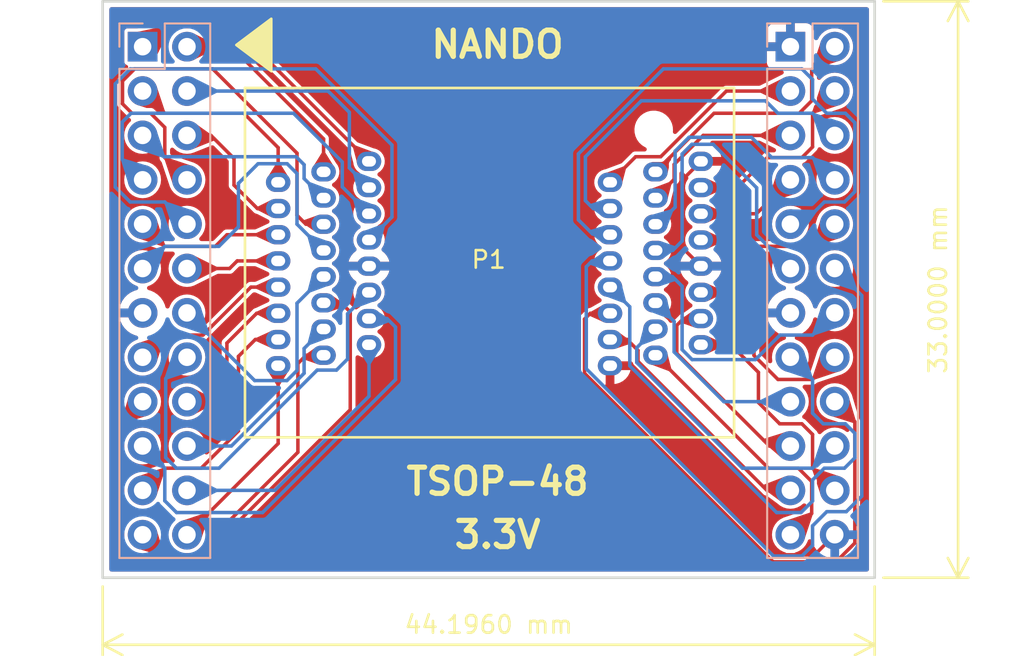
<source format=kicad_pcb>
(kicad_pcb (version 20221018) (generator pcbnew)
  (layers (0 "F.Cu" signal) (31 "B.Cu" signal) (34 "B.Paste" user) (35 "F.Paste" user) (36 "B.SilkS" user "B.Silkscreen") (37 "F.SilkS" user "F.Silkscreen") (38 "B.Mask" user) (39 "F.Mask" user) (44 "Edge.Cuts" user))
  (net 0 "")
  (net 1 "Net-(J1-Pin_1)")
  (net 2 "Net-(J1-Pin_2)")
  (net 3 "Net-(J1-Pin_3)")
  (net 4 "Net-(J1-Pin_4)")
  (net 5 "Net-(J1-Pin_5)")
  (net 6 "Net-(J1-Pin_6)")
  (net 7 "Net-(J1-Pin_7)")
  (net 8 "Net-(J1-Pin_8)")
  (net 9 "Net-(J1-Pin_9)")
  (net 10 "Net-(J1-Pin_10)")
  (net 11 "Net-(J1-Pin_11)")
  (net 12 "Net-(J1-Pin_12)")
  (net 13 "GND")
  (net 14 "Net-(J1-Pin_14)")
  (net 15 "Net-(J1-Pin_15)")
  (net 16 "Net-(J1-Pin_16)")
  (net 17 "Net-(J1-Pin_17)")
  (net 18 "Net-(J1-Pin_18)")
  (net 19 "Net-(J1-Pin_19)")
  (net 20 "Net-(J1-Pin_20)")
  (net 21 "Net-(J1-Pin_21)")
  (net 22 "Net-(J1-Pin_22)")
  (net 23 "Net-(J1-Pin_23)")
  (net 24 "Net-(J1-Pin_24)")
  (net 25 "Net-(J2-Pin_26)")
  (net 26 "Net-(J2-Pin_27)")
  (net 27 "Net-(J2-Pin_28)")
  (net 28 "Net-(J2-Pin_29)")
  (net 29 "Net-(J2-Pin_30)")
  (net 30 "Net-(J2-Pin_31)")
  (net 31 "Net-(J2-Pin_32)")
  (net 32 "Net-(J2-Pin_33)")
  (net 33 "Net-(J2-Pin_34)")
  (net 34 "Net-(J2-Pin_35)")
  (net 35 "Net-(J2-Pin_37)")
  (net 36 "Net-(J2-Pin_38)")
  (net 37 "Net-(J2-Pin_39)")
  (net 38 "Net-(J2-Pin_40)")
  (net 39 "Net-(J2-Pin_41)")
  (net 40 "Net-(J2-Pin_42)")
  (net 41 "Net-(J2-Pin_43)")
  (net 42 "Net-(J2-Pin_44)")
  (net 43 "Net-(J2-Pin_45)")
  (net 44 "Net-(J2-Pin_46)")
  (net 45 "Net-(J2-Pin_47)")
  (footprint "lib_fp:TSOP-48" (layer "F.Cu") (at 138 87.962)
    (fp_text reference "P1" (at -14.048 9.828) (layer "F.SilkS"))
    (fp_text value "TSOP-48_adapter" hide)
    (fp_line (start -28 0) (end 0 0) (stroke (width 0.15)) (layer "F.SilkS"))
    (fp_line (start -28 20) (end -28 0) (stroke (width 0.15)) (layer "F.SilkS"))
    (fp_line (start 0 0) (end 0 20) (stroke (width 0.15)) (layer "F.SilkS"))
    (fp_line (start 0 20) (end -28 20) (stroke (width 0.15)) (layer "F.SilkS"))
    (pad "" np_thru_hole circle (at -23.4 17.6) (size 1.7 1.7) (drill 1.7) (layers "*.Cu" "*.Mask"))
    (pad "" np_thru_hole circle (at -4.6 2.4) (size 1.7 1.7) (drill 1.7) (layers "*.Cu" "*.Mask"))
    (pad "1" thru_hole oval (at -20.9 4.2) (size 1.4 1.1) (drill oval 0.8 0.6) (layers "*.Cu" "*.Mask") (net 1 "Net-(J1-Pin_1)"))
    (pad "2" thru_hole oval (at -23.5 4.8) (size 1.4 1.1) (drill oval 0.8 0.6) (layers "*.Cu" "*.Mask") (net 2 "Net-(J1-Pin_2)"))
    (pad "3" thru_hole oval (at -26.1 5.4) (size 1.4 1.1) (drill oval 0.8 0.6) (layers "*.Cu" "*.Mask") (net 3 "Net-(J1-Pin_3)"))
    (pad "4" thru_hole oval (at -20.9 5.7) (size 1.4 1.1) (drill oval 0.8 0.6) (layers "*.Cu" "*.Mask") (net 4 "Net-(J1-Pin_4)"))
    (pad "5" thru_hole oval (at -23.5 6.3) (size 1.4 1.1) (drill oval 0.8 0.6) (layers "*.Cu" "*.Mask") (net 5 "Net-(J1-Pin_5)"))
    (pad "6" thru_hole oval (at -26.1 6.9) (size 1.4 1.1) (drill oval 0.8 0.6) (layers "*.Cu" "*.Mask") (net 6 "Net-(J1-Pin_6)"))
    (pad "7" thru_hole oval (at -20.9 7.2) (size 1.4 1.1) (drill oval 0.8 0.6) (layers "*.Cu" "*.Mask") (net 7 "Net-(J1-Pin_7)"))
    (pad "8" thru_hole oval (at -23.5 7.8) (size 1.4 1.1) (drill oval 0.8 0.6) (layers "*.Cu" "*.Mask") (net 8 "Net-(J1-Pin_8)"))
    (pad "9" thru_hole oval (at -26.1 8.4) (size 1.4 1.1) (drill oval 0.8 0.6) (layers "*.Cu" "*.Mask") (net 9 "Net-(J1-Pin_9)"))
    (pad "10" thru_hole oval (at -20.9 8.7) (size 1.4 1.1) (drill oval 0.8 0.6) (layers "*.Cu" "*.Mask") (net 10 "Net-(J1-Pin_10)"))
    (pad "11" thru_hole oval (at -23.5 9.3) (size 1.4 1.1) (drill oval 0.8 0.6) (layers "*.Cu" "*.Mask") (net 11 "Net-(J1-Pin_11)"))
    (pad "12" thru_hole oval (at -26.1 9.9) (size 1.4 1.1) (drill oval 0.8 0.6) (layers "*.Cu" "*.Mask") (net 12 "Net-(J1-Pin_12)"))
    (pad "13" thru_hole oval (at -20.9 10.2) (size 1.4 1.1) (drill oval 0.8 0.6) (layers "*.Cu" "*.Mask") (net 13 "GND"))
    (pad "14" thru_hole oval (at -23.5 10.8) (size 1.4 1.1) (drill oval 0.8 0.6) (layers "*.Cu" "*.Mask") (net 14 "Net-(J1-Pin_14)"))
    (pad "15" thru_hole oval (at -26.1 11.4) (size 1.4 1.1) (drill oval 0.8 0.6) (layers "*.Cu" "*.Mask") (net 15 "Net-(J1-Pin_15)"))
    (pad "16" thru_hole oval (at -20.9 11.7) (size 1.4 1.1) (drill oval 0.8 0.6) (layers "*.Cu" "*.Mask") (net 16 "Net-(J1-Pin_16)"))
    (pad "17" thru_hole oval (at -23.5 12.3) (size 1.4 1.1) (drill oval 0.8 0.6) (layers "*.Cu" "*.Mask") (net 17 "Net-(J1-Pin_17)"))
    (pad "18" thru_hole oval (at -26.1 12.9) (size 1.4 1.1) (drill oval 0.8 0.6) (layers "*.Cu" "*.Mask") (net 18 "Net-(J1-Pin_18)"))
    (pad "19" thru_hole oval (at -20.9 13.2) (size 1.4 1.1) (drill oval 0.8 0.6) (layers "*.Cu" "*.Mask") (net 19 "Net-(J1-Pin_19)"))
    (pad "20" thru_hole oval (at -23.5 13.8) (size 1.4 1.1) (drill oval 0.8 0.6) (layers "*.Cu" "*.Mask") (net 20 "Net-(J1-Pin_20)"))
    (pad "21" thru_hole oval (at -26.1 14.4) (size 1.4 1.1) (drill oval 0.8 0.6) (layers "*.Cu" "*.Mask") (net 21 "Net-(J1-Pin_21)"))
    (pad "22" thru_hole oval (at -20.9 14.7) (size 1.4 1.1) (drill oval 0.8 0.6) (layers "*.Cu" "*.Mask") (net 22 "Net-(J1-Pin_22)"))
    (pad "23" thru_hole oval (at -23.5 15.3) (size 1.4 1.1) (drill oval 0.8 0.6) (layers "*.Cu" "*.Mask") (net 23 "Net-(J1-Pin_23)"))
    (pad "24" thru_hole oval (at -26.1 15.9) (size 1.4 1.1) (drill oval 0.8 0.6) (layers "*.Cu" "*.Mask") (net 24 "Net-(J1-Pin_24)"))
    (pad "25" thru_hole oval (at -7.1 15.9) (size 1.4 1.1) (drill oval 0.8 0.6) (layers "*.Cu" "*.Mask") (net 13 "GND"))
    (pad "26" thru_hole oval (at -4.5 15.3) (size 1.4 1.1) (drill oval 0.8 0.6) (layers "*.Cu" "*.Mask") (net 25 "Net-(J2-Pin_26)"))
    (pad "27" thru_hole oval (at -1.9 14.7) (size 1.4 1.1) (drill oval 0.8 0.6) (layers "*.Cu" "*.Mask") (net 26 "Net-(J2-Pin_27)"))
    (pad "28" thru_hole oval (at -7.1 14.4) (size 1.4 1.1) (drill oval 0.8 0.6) (layers "*.Cu" "*.Mask") (net 27 "Net-(J2-Pin_28)"))
    (pad "29" thru_hole oval (at -4.5 13.8) (size 1.4 1.1) (drill oval 0.8 0.6) (layers "*.Cu" "*.Mask") (net 28 "Net-(J2-Pin_29)"))
    (pad "30" thru_hole oval (at -1.9 13.2) (size 1.4 1.1) (drill oval 0.8 0.6) (layers "*.Cu" "*.Mask") (net 29 "Net-(J2-Pin_30)"))
    (pad "31" thru_hole oval (at -7.1 12.9) (size 1.4 1.1) (drill oval 0.8 0.6) (layers "*.Cu" "*.Mask") (net 30 "Net-(J2-Pin_31)"))
    (pad "32" thru_hole oval (at -4.5 12.3) (size 1.4 1.1) (drill oval 0.8 0.6) (layers "*.Cu" "*.Mask") (net 31 "Net-(J2-Pin_32)"))
    (pad "33" thru_hole oval (at -1.9 11.7) (size 1.4 1.1) (drill oval 0.8 0.6) (layers "*.Cu" "*.Mask") (net 32 "Net-(J2-Pin_33)"))
    (pad "34" thru_hole oval (at -7.1 11.4) (size 1.4 1.1) (drill oval 0.8 0.6) (layers "*.Cu" "*.Mask") (net 33 "Net-(J2-Pin_34)"))
    (pad "35" thru_hole oval (at -4.5 10.8) (size 1.4 1.1) (drill oval 0.8 0.6) (layers "*.Cu" "*.Mask") (net 34 "Net-(J2-Pin_35)"))
    (pad "36" thru_hole oval (at -1.9 10.2) (size 1.4 1.1) (drill oval 0.8 0.6) (layers "*.Cu" "*.Mask") (net 13 "GND"))
    (pad "37" thru_hole oval (at -7.1 9.9) (size 1.4 1.1) (drill oval 0.8 0.6) (layers "*.Cu" "*.Mask") (net 35 "Net-(J2-Pin_37)"))
    (pad "38" thru_hole oval (at -4.5 9.3) (size 1.4 1.1) (drill oval 0.8 0.6) (layers "*.Cu" "*.Mask") (net 36 "Net-(J2-Pin_38)"))
    (pad "39" thru_hole oval (at -1.9 8.7) (size 1.4 1.1) (drill oval 0.8 0.6) (layers "*.Cu" "*.Mask") (net 37 "Net-(J2-Pin_39)"))
    (pad "40" thru_hole oval (at -7.1 8.4) (size 1.4 1.1) (drill oval 0.8 0.6) (layers "*.Cu" "*.Mask") (net 38 "Net-(J2-Pin_40)"))
    (pad "41" thru_hole oval (at -4.5 7.8) (size 1.4 1.1) (drill oval 0.8 0.6) (layers "*.Cu" "*.Mask") (net 39 "Net-(J2-Pin_41)"))
    (pad "42" thru_hole oval (at -1.9 7.2) (size 1.4 1.1) (drill oval 0.8 0.6) (layers "*.Cu" "*.Mask") (net 40 "Net-(J2-Pin_42)"))
    (pad "43" thru_hole oval (at -7.1 6.9) (size 1.4 1.1) (drill oval 0.8 0.6) (layers "*.Cu" "*.Mask") (net 41 "Net-(J2-Pin_43)"))
    (pad "44" thru_hole oval (at -4.5 6.3) (size 1.4 1.1) (drill oval 0.8 0.6) (layers "*.Cu" "*.Mask") (net 42 "Net-(J2-Pin_44)"))
    (pad "45" thru_hole oval (at -1.9 5.7) (size 1.4 1.1) (drill oval 0.8 0.6) (layers "*.Cu" "*.Mask") (net 43 "Net-(J2-Pin_45)"))
    (pad "46" thru_hole oval (at -7.1 5.4) (size 1.4 1.1) (drill oval 0.8 0.6) (layers "*.Cu" "*.Mask") (net 44 "Net-(J2-Pin_46)"))
    (pad "47" thru_hole oval (at -4.5 4.8) (size 1.4 1.1) (drill oval 0.8 0.6) (layers "*.Cu" "*.Mask") (net 45 "Net-(J2-Pin_47)"))
    (pad "48" thru_hole oval (at -1.9 4.2) (size 1.4 1.1) (drill oval 0.8 0.6) (layers "*.Cu" "*.Mask") (net 13 "GND"))
  )
  (footprint "lib_fp:PinSocket_2x12_P2.54mm_Vertical_2" (layer "B.Cu") (at 141.224 85.598 180)
    (fp_text reference "J2" hide)
    (fp_text value "Conn_02x12_Odd_Even_2")
    (fp_line (start -3.87 -29.27) (end 1.33 -29.27) (stroke (width 0.12)) (layer "B.SilkS"))
    (fp_line (start -3.87 1.33) (end -3.87 -29.27) (stroke (width 0.12)) (layer "B.SilkS"))
    (fp_line (start -3.87 1.33) (end -1.27 1.33) (stroke (width 0.12)) (layer "B.SilkS"))
    (fp_line (start -1.27 -1.27) (end 1.33 -1.27) (stroke (width 0.12)) (layer "B.SilkS"))
    (fp_line (start -1.27 1.33) (end -1.27 -1.27) (stroke (width 0.12)) (layer "B.SilkS"))
    (fp_line (start 0 1.33) (end 1.33 1.33) (stroke (width 0.12)) (layer "B.SilkS"))
    (fp_line (start 1.33 -1.27) (end 1.33 -29.27) (stroke (width 0.12)) (layer "B.SilkS"))
    (fp_line (start 1.33 1.33) (end 1.33 0) (stroke (width 0.12)) (layer "B.SilkS"))
    (pad "25" thru_hole oval (at -2.54 -27.94 180) (size 1.7 1.7) (drill 1) (layers "*.Cu" "*.Mask") (net 13 "GND"))
    (pad "26" thru_hole oval (at 0 -27.94 180) (size 1.7 1.7) (drill 1) (layers "*.Cu" "*.Mask") (net 25 "Net-(J2-Pin_26)"))
    (pad "27" thru_hole oval (at -2.54 -25.4 180) (size 1.7 1.7) (drill 1) (layers "*.Cu" "*.Mask") (net 26 "Net-(J2-Pin_27)"))
    (pad "28" thru_hole oval (at 0 -25.4 180) (size 1.7 1.7) (drill 1) (layers "*.Cu" "*.Mask") (net 27 "Net-(J2-Pin_28)"))
    (pad "29" thru_hole oval (at -2.54 -22.86 180) (size 1.7 1.7) (drill 1) (layers "*.Cu" "*.Mask") (net 28 "Net-(J2-Pin_29)"))
    (pad "30" thru_hole oval (at 0 -22.86 180) (size 1.7 1.7) (drill 1) (layers "*.Cu" "*.Mask") (net 29 "Net-(J2-Pin_30)"))
    (pad "31" thru_hole oval (at -2.54 -20.32 180) (size 1.7 1.7) (drill 1) (layers "*.Cu" "*.Mask") (net 30 "Net-(J2-Pin_31)"))
    (pad "32" thru_hole oval (at 0 -20.32 180) (size 1.7 1.7) (drill 1) (layers "*.Cu" "*.Mask") (net 31 "Net-(J2-Pin_32)"))
    (pad "33" thru_hole oval (at -2.54 -17.78 180) (size 1.7 1.7) (drill 1) (layers "*.Cu" "*.Mask") (net 32 "Net-(J2-Pin_33)"))
    (pad "34" thru_hole oval (at 0 -17.78 180) (size 1.7 1.7) (drill 1) (layers "*.Cu" "*.Mask") (net 33 "Net-(J2-Pin_34)"))
    (pad "35" thru_hole oval (at -2.54 -15.24 180) (size 1.7 1.7) (drill 1) (layers "*.Cu" "*.Mask") (net 34 "Net-(J2-Pin_35)"))
    (pad "36" thru_hole oval (at 0 -15.24 180) (size 1.7 1.7) (drill 1) (layers "*.Cu" "*.Mask") (net 13 "GND"))
    (pad "37" thru_hole oval (at -2.54 -12.7 180) (size 1.7 1.7) (drill 1) (layers "*.Cu" "*.Mask") (net 35 "Net-(J2-Pin_37)"))
    (pad "38" thru_hole oval (at 0 -12.7 180) (size 1.7 1.7) (drill 1) (layers "*.Cu" "*.Mask") (net 36 "Net-(J2-Pin_38)"))
    (pad "39" thru_hole oval (at -2.54 -10.16 180) (size 1.7 1.7) (drill 1) (layers "*.Cu" "*.Mask") (net 37 "Net-(J2-Pin_39)"))
    (pad "40" thru_hole oval (at 0 -10.16 180) (size 1.7 1.7) (drill 1) (layers "*.Cu" "*.Mask") (net 38 "Net-(J2-Pin_40)"))
    (pad "41" thru_hole oval (at -2.54 -7.62 180) (size 1.7 1.7) (drill 1) (layers "*.Cu" "*.Mask") (net 39 "Net-(J2-Pin_41)"))
    (pad "42" thru_hole oval (at 0 -7.62 180) (size 1.7 1.7) (drill 1) (layers "*.Cu" "*.Mask") (net 40 "Net-(J2-Pin_42)"))
    (pad "43" thru_hole oval (at -2.54 -5.08 180) (size 1.7 1.7) (drill 1) (layers "*.Cu" "*.Mask") (net 41 "Net-(J2-Pin_43)"))
    (pad "44" thru_hole oval (at 0 -5.08 180) (size 1.7 1.7) (drill 1) (layers "*.Cu" "*.Mask") (net 42 "Net-(J2-Pin_44)"))
    (pad "45" thru_hole oval (at -2.54 -2.54 180) (size 1.7 1.7) (drill 1) (layers "*.Cu" "*.Mask") (net 43 "Net-(J2-Pin_45)"))
    (pad "46" thru_hole oval (at 0 -2.54 180) (size 1.7 1.7) (drill 1) (layers "*.Cu" "*.Mask") (net 44 "Net-(J2-Pin_46)"))
    (pad "47" thru_hole oval (at -2.54 0 180) (size 1.7 1.7) (drill 1) (layers "*.Cu" "*.Mask") (net 45 "Net-(J2-Pin_47)"))
    (pad "48" thru_hole rect (at 0 0 180) (size 1.7 1.7) (drill 1) (layers "*.Cu" "*.Mask") (net 13 "GND"))
  )
  (footprint "Connector_PinSocket_2.54mm:PinSocket_2x12_P2.54mm_Vertical" (layer "B.Cu") (at 104.14 85.598 180)
    (fp_text reference "J1" hide)
    (fp_text value "Conn_02x12_Odd_Even_1")
    (fp_line (start -3.87 -29.27) (end 1.33 -29.27) (stroke (width 0.12)) (layer "B.SilkS"))
    (fp_line (start -3.87 1.33) (end -3.87 -29.27) (stroke (width 0.12)) (layer "B.SilkS"))
    (fp_line (start -3.87 1.33) (end -1.27 1.33) (stroke (width 0.12)) (layer "B.SilkS"))
    (fp_line (start -1.27 -1.27) (end 1.33 -1.27) (stroke (width 0.12)) (layer "B.SilkS"))
    (fp_line (start -1.27 1.33) (end -1.27 -1.27) (stroke (width 0.12)) (layer "B.SilkS"))
    (fp_line (start 0 1.33) (end 1.33 1.33) (stroke (width 0.12)) (layer "B.SilkS"))
    (fp_line (start 1.33 -1.27) (end 1.33 -29.27) (stroke (width 0.12)) (layer "B.SilkS"))
    (fp_line (start 1.33 1.33) (end 1.33 0) (stroke (width 0.12)) (layer "B.SilkS"))
    (pad "1" thru_hole rect (at 0 0 180) (size 1.7 1.7) (drill 1) (layers "*.Cu" "*.Mask") (net 1 "Net-(J1-Pin_1)"))
    (pad "2" thru_hole oval (at -2.54 0 180) (size 1.7 1.7) (drill 1) (layers "*.Cu" "*.Mask") (net 2 "Net-(J1-Pin_2)"))
    (pad "3" thru_hole oval (at 0 -2.54 180) (size 1.7 1.7) (drill 1) (layers "*.Cu" "*.Mask") (net 3 "Net-(J1-Pin_3)"))
    (pad "4" thru_hole oval (at -2.54 -2.54 180) (size 1.7 1.7) (drill 1) (layers "*.Cu" "*.Mask") (net 4 "Net-(J1-Pin_4)"))
    (pad "5" thru_hole oval (at 0 -5.08 180) (size 1.7 1.7) (drill 1) (layers "*.Cu" "*.Mask") (net 5 "Net-(J1-Pin_5)"))
    (pad "6" thru_hole oval (at -2.54 -5.08 180) (size 1.7 1.7) (drill 1) (layers "*.Cu" "*.Mask") (net 6 "Net-(J1-Pin_6)"))
    (pad "7" thru_hole oval (at 0 -7.62 180) (size 1.7 1.7) (drill 1) (layers "*.Cu" "*.Mask") (net 7 "Net-(J1-Pin_7)"))
    (pad "8" thru_hole oval (at -2.54 -7.62 180) (size 1.7 1.7) (drill 1) (layers "*.Cu" "*.Mask") (net 8 "Net-(J1-Pin_8)"))
    (pad "9" thru_hole oval (at 0 -10.16 180) (size 1.7 1.7) (drill 1) (layers "*.Cu" "*.Mask") (net 9 "Net-(J1-Pin_9)"))
    (pad "10" thru_hole oval (at -2.54 -10.16 180) (size 1.7 1.7) (drill 1) (layers "*.Cu" "*.Mask") (net 10 "Net-(J1-Pin_10)"))
    (pad "11" thru_hole oval (at 0 -12.7 180) (size 1.7 1.7) (drill 1) (layers "*.Cu" "*.Mask") (net 11 "Net-(J1-Pin_11)"))
    (pad "12" thru_hole oval (at -2.54 -12.7 180) (size 1.7 1.7) (drill 1) (layers "*.Cu" "*.Mask") (net 12 "Net-(J1-Pin_12)"))
    (pad "13" thru_hole oval (at 0 -15.24 180) (size 1.7 1.7) (drill 1) (layers "*.Cu" "*.Mask") (net 13 "GND"))
    (pad "14" thru_hole oval (at -2.54 -15.24 180) (size 1.7 1.7) (drill 1) (layers "*.Cu" "*.Mask") (net 14 "Net-(J1-Pin_14)"))
    (pad "15" thru_hole oval (at 0 -17.78 180) (size 1.7 1.7) (drill 1) (layers "*.Cu" "*.Mask") (net 15 "Net-(J1-Pin_15)"))
    (pad "16" thru_hole oval (at -2.54 -17.78 180) (size 1.7 1.7) (drill 1) (layers "*.Cu" "*.Mask") (net 16 "Net-(J1-Pin_16)"))
    (pad "17" thru_hole oval (at 0 -20.32 180) (size 1.7 1.7) (drill 1) (layers "*.Cu" "*.Mask") (net 17 "Net-(J1-Pin_17)"))
    (pad "18" thru_hole oval (at -2.54 -20.32 180) (size 1.7 1.7) (drill 1) (layers "*.Cu" "*.Mask") (net 18 "Net-(J1-Pin_18)"))
    (pad "19" thru_hole oval (at 0 -22.86 180) (size 1.7 1.7) (drill 1) (layers "*.Cu" "*.Mask") (net 19 "Net-(J1-Pin_19)"))
    (pad "20" thru_hole oval (at -2.54 -22.86 180) (size 1.7 1.7) (drill 1) (layers "*.Cu" "*.Mask") (net 20 "Net-(J1-Pin_20)"))
    (pad "21" thru_hole oval (at 0 -25.4 180) (size 1.7 1.7) (drill 1) (layers "*.Cu" "*.Mask") (net 21 "Net-(J1-Pin_21)"))
    (pad "22" thru_hole oval (at -2.54 -25.4 180) (size 1.7 1.7) (drill 1) (layers "*.Cu" "*.Mask") (net 22 "Net-(J1-Pin_22)"))
    (pad "23" thru_hole oval (at 0 -27.94 180) (size 1.7 1.7) (drill 1) (layers "*.Cu" "*.Mask") (net 23 "Net-(J1-Pin_23)"))
    (pad "24" thru_hole oval (at -2.54 -27.94 180) (size 1.7 1.7) (drill 1) (layers "*.Cu" "*.Mask") (net 24 "Net-(J1-Pin_24)"))
  )
  (gr_poly (pts (xy 109.506 85.5) (xy 111.506 84) (xy 111.506 87)) (stroke (width 0.15)) (fill solid) (layer "F.SilkS"))
  (gr_line (start 101.854 116) (end 101.854 83) (stroke (width 0.15)) (layer "Edge.Cuts"))
  (gr_line (start 101.854 83) (end 146.05 83) (stroke (width 0.15)) (layer "Edge.Cuts"))
  (gr_line (start 146.05 83) (end 146.05 116) (stroke (width 0.15)) (layer "Edge.Cuts"))
  (gr_line (start 146.05 116) (end 101.854 116) (stroke (width 0.15)) (layer "Edge.Cuts"))
  (gr_text "TSOP-48" (at 124.46 110.49) (layer "F.SilkS") (effects (font (size 1.5 1.5) (thickness 0.3))))
  (gr_text "NANDO" (at 124.46 85.471) (layer "F.SilkS") (effects (font (size 1.5 1.5) (thickness 0.3))))
  (gr_text "3.3V" (at 124.46 113.538) (layer "F.SilkS") (effects (font (size 1.5 1.5) (thickness 0.3))))
  (dimension (type aligned) (layer "F.SilkS") (pts (xy 101.854 116) (xy 146.05 116)) (height 3.837199) (gr_text "44.1960 mm" (at 123.952 118.687199) (layer "F.SilkS") (effects (font (size 1 1) (thickness 0.15)))) (format (prefix "") (suffix "") (units 3) (units_format 1) (precision 4)) (style (thickness 0.15) (arrow_length 1.27) (text_position_mode 0) (extension_height 0.58642) (extension_offset 0.5) keep_text_aligned))
  (dimension (type aligned) (layer "F.SilkS") (pts (xy 146.05 116) (xy 146.05 83)) (height 4.7752) (gr_text "33.0000 mm" (at 149.6752 99.5 90) (layer "F.SilkS") (effects (font (size 1 1) (thickness 0.15)))) (format (prefix "") (suffix "") (units 3) (units_format 1) (precision 4)) (style (thickness 0.15) (arrow_length 1.27) (text_position_mode 0) (extension_height 0.58642) (extension_offset 0.5) keep_text_aligned))
  (segment (start 104.14 85.598) (end 105.29 84.448) (width 0.2) (layer "F.Cu") (net 1))
  (segment (start 105.29 84.448) (end 109.386 84.448) (width 0.2) (layer "F.Cu") (net 1))
  (segment (start 109.386 84.448) (end 117.1 92.162) (width 0.2) (layer "F.Cu") (net 1))
  (segment (start 114.5 90.878) (end 114.5 92.762) (width 0.2) (layer "F.Cu") (net 2))
  (segment (start 106.68 85.598) (end 109.22 85.598) (width 0.2) (layer "F.Cu") (net 2))
  (segment (start 109.22 85.598) (end 114.5 90.878) (width 0.2) (layer "F.Cu") (net 2))
  (segment (start 111.9 91.3768) (end 109.9312 89.408) (width 0.2) (layer "F.Cu") (net 3))
  (segment (start 111.9 93.362) (end 111.9 91.3768) (width 0.2) (layer "F.Cu") (net 3))
  (segment (start 105.41 89.408) (end 104.14 88.138) (width 0.2) (layer "F.Cu") (net 3))
  (segment (start 109.9312 89.408) (end 105.41 89.408) (width 0.2) (layer "F.Cu") (net 3))
  (segment (start 115.9764 89.3572) (end 114.7572 88.138) (width 0.2) (layer "B.Cu") (net 4))
  (segment (start 114.7572 88.138) (end 106.68 88.138) (width 0.2) (layer "B.Cu") (net 4))
  (segment (start 117.1 93.662) (end 115.9764 92.5384) (width 0.2) (layer "B.Cu") (net 4))
  (segment (start 115.9764 92.5384) (end 115.9764 89.3572) (width 0.2) (layer "B.Cu") (net 4))
  (segment (start 113.3856 92.3544) (end 112.9284 91.8972) (width 0.2) (layer "B.Cu") (net 5))
  (segment (start 114.5 94.262) (end 113.3856 93.1476) (width 0.2) (layer "B.Cu") (net 5))
  (segment (start 112.9284 91.8972) (end 105.3592 91.8972) (width 0.2) (layer "B.Cu") (net 5))
  (segment (start 105.3592 91.8972) (end 104.14 90.678) (width 0.2) (layer "B.Cu") (net 5))
  (segment (start 113.3856 93.1476) (end 113.3856 92.3544) (width 0.2) (layer "B.Cu") (net 5))
  (segment (start 110.7116 94.862) (end 109.3724 93.5228) (width 0.2) (layer "F.Cu") (net 6))
  (segment (start 108.0516 90.678) (end 106.68 90.678) (width 0.2) (layer "F.Cu") (net 6))
  (segment (start 109.3724 91.9988) (end 108.0516 90.678) (width 0.2) (layer "F.Cu") (net 6))
  (segment (start 111.9 94.862) (end 110.7116 94.862) (width 0.2) (layer "F.Cu") (net 6))
  (segment (start 109.3724 93.5228) (end 109.3724 91.9988) (width 0.2) (layer "F.Cu") (net 6))
  (segment (start 117.1 95.1544) (end 115.57 93.6244) (width 0.2) (layer "B.Cu") (net 7))
  (segment (start 103.4796 89.408) (end 102.9716 89.916) (width 0.2) (layer "B.Cu") (net 7))
  (segment (start 115.57 92.202) (end 112.776 89.408) (width 0.2) (layer "B.Cu") (net 7))
  (segment (start 102.9716 89.916) (end 102.9716 92.0496) (width 0.2) (layer "B.Cu") (net 7))
  (segment (start 112.776 89.408) (end 103.4796 89.408) (width 0.2) (layer "B.Cu") (net 7))
  (segment (start 102.9716 92.0496) (end 104.14 93.218) (width 0.2) (layer "B.Cu") (net 7))
  (segment (start 115.57 93.6244) (end 115.57 92.202) (width 0.2) (layer "B.Cu") (net 7))
  (segment (start 117.1 95.162) (end 117.1 95.1544) (width 0.2) (layer "B.Cu") (net 7))
  (segment (start 105.41 90.2208) (end 105.41 91.948) (width 0.2) (layer "F.Cu") (net 8))
  (segment (start 105.41 91.948) (end 106.68 93.218) (width 0.2) (layer "F.Cu") (net 8))
  (segment (start 104.5972 89.408) (end 105.41 90.2208) (width 0.2) (layer "F.Cu") (net 8))
  (segment (start 114.5 95.762) (end 113.4912 95.762) (width 0.2) (layer "F.Cu") (net 8))
  (segment (start 112.9792 91.694) (end 108.1532 86.868) (width 0.2) (layer "F.Cu") (net 8))
  (segment (start 103.6828 86.868) (end 102.99 87.5608) (width 0.2) (layer "F.Cu") (net 8))
  (segment (start 112.9792 95.25) (end 112.9792 91.694) (width 0.2) (layer "F.Cu") (net 8))
  (segment (start 103.5304 89.408) (end 104.5972 89.408) (width 0.2) (layer "F.Cu") (net 8))
  (segment (start 108.1532 86.868) (end 103.6828 86.868) (width 0.2) (layer "F.Cu") (net 8))
  (segment (start 113.4912 95.762) (end 112.9792 95.25) (width 0.2) (layer "F.Cu") (net 8))
  (segment (start 102.99 87.5608) (end 102.99 88.8676) (width 0.2) (layer "F.Cu") (net 8))
  (segment (start 102.99 88.8676) (end 103.5304 89.408) (width 0.2) (layer "F.Cu") (net 8))
  (segment (start 105.41 97.028) (end 104.14 95.758) (width 0.2) (layer "F.Cu") (net 9))
  (segment (start 108.3056 97.028) (end 105.41 97.028) (width 0.2) (layer "F.Cu") (net 9))
  (segment (start 108.9716 96.362) (end 108.3056 97.028) (width 0.2) (layer "F.Cu") (net 9))
  (segment (start 111.9 96.362) (end 108.9716 96.362) (width 0.2) (layer "F.Cu") (net 9))
  (segment (start 102.5716 87.7252) (end 102.5716 93.6308) (width 0.2) (layer "B.Cu") (net 10))
  (segment (start 114.052886 86.868) (end 103.4288 86.868) (width 0.2) (layer "B.Cu") (net 10))
  (segment (start 118.4148 95.3472) (end 118.4148 91.229914) (width 0.2) (layer "B.Cu") (net 10))
  (segment (start 103.4288 94.488) (end 105.41 94.488) (width 0.2) (layer "B.Cu") (net 10))
  (segment (start 117.1 96.662) (end 118.4148 95.3472) (width 0.2) (layer "B.Cu") (net 10))
  (segment (start 102.5716 93.6308) (end 103.4288 94.488) (width 0.2) (layer "B.Cu") (net 10))
  (segment (start 118.4148 91.229914) (end 114.052886 86.868) (width 0.2) (layer "B.Cu") (net 10))
  (segment (start 103.4288 86.868) (end 102.5716 87.7252) (width 0.2) (layer "B.Cu") (net 10))
  (segment (start 105.41 94.488) (end 106.68 95.758) (width 0.2) (layer "B.Cu") (net 10))
  (segment (start 112.9792 92.8624) (end 112.414 92.2972) (width 0.2) (layer "B.Cu") (net 11))
  (segment (start 112.414 92.2972) (end 110.7504 92.2972) (width 0.2) (layer "B.Cu") (net 11))
  (segment (start 108.5088 97.028) (end 105.41 97.028) (width 0.2) (layer "B.Cu") (net 11))
  (segment (start 109.6264 95.9104) (end 108.5088 97.028) (width 0.2) (layer "B.Cu") (net 11))
  (segment (start 114.4832 97.262) (end 112.9792 95.758) (width 0.2) (layer "B.Cu") (net 11))
  (segment (start 109.6264 93.4212) (end 109.6264 95.9104) (width 0.2) (layer "B.Cu") (net 11))
  (segment (start 112.9792 95.758) (end 112.9792 92.8624) (width 0.2) (layer "B.Cu") (net 11))
  (segment (start 114.5 97.262) (end 114.4832 97.262) (width 0.2) (layer "B.Cu") (net 11))
  (segment (start 110.7504 92.2972) (end 109.6264 93.4212) (width 0.2) (layer "B.Cu") (net 11))
  (segment (start 105.41 97.028) (end 104.14 98.298) (width 0.2) (layer "B.Cu") (net 11))
  (segment (start 111.9 97.862) (end 109.5544 97.862) (width 0.2) (layer "F.Cu") (net 12))
  (segment (start 109.1184 98.298) (end 106.68 98.298) (width 0.2) (layer "F.Cu") (net 12))
  (segment (start 109.5544 97.862) (end 109.1184 98.298) (width 0.2) (layer "F.Cu") (net 12))
  (segment (start 130.9 104.9412) (end 130.9 103.862) (width 0.2) (layer "F.Cu") (net 13))
  (segment (start 136.1 92.162) (end 134.9756 93.2864) (width 0.2) (layer "F.Cu") (net 13))
  (segment (start 142.614 114.688) (end 140.6468 114.688) (width 0.2) (layer "F.Cu") (net 13))
  (segment (start 134.9756 97.0376) (end 136.1 98.162) (width 0.2) (layer "F.Cu") (net 13))
  (segment (start 140.6468 114.688) (end 130.9 104.9412) (width 0.2) (layer "F.Cu") (net 13))
  (segment (start 134.9756 93.2864) (end 134.9756 97.0376) (width 0.2) (layer "F.Cu") (net 13))
  (segment (start 143.764 113.538) (end 142.614 114.688) (width 0.2) (layer "F.Cu") (net 13))
  (segment (start 112.9792 100.2828) (end 112.9792 104.134882) (width 0.2) (layer "B.Cu") (net 14))
  (segment (start 112.9792 104.134882) (end 112.402082 104.712) (width 0.2) (layer "B.Cu") (net 14))
  (segment (start 114.5 98.762) (end 112.9792 100.2828) (width 0.2) (layer "B.Cu") (net 14))
  (segment (start 110.554 104.712) (end 106.68 100.838) (width 0.2) (layer "B.Cu") (net 14))
  (segment (start 112.402082 104.712) (end 110.554 104.712) (width 0.2) (layer "B.Cu") (net 14))
  (segment (start 107.5944 102.108) (end 105.41 102.108) (width 0.2) (layer "F.Cu") (net 15))
  (segment (start 111.9 99.362) (end 110.3404 99.362) (width 0.2) (layer "F.Cu") (net 15))
  (segment (start 110.3404 99.362) (end 107.5944 102.108) (width 0.2) (layer "F.Cu") (net 15))
  (segment (start 105.41 102.108) (end 104.14 103.378) (width 0.2) (layer "F.Cu") (net 15))
  (segment (start 114.133454 104.112) (end 108.517454 109.728) (width 0.2) (layer "B.Cu") (net 16))
  (segment (start 117.1 99.662) (end 115.8748 100.8872) (width 0.2) (layer "B.Cu") (net 16))
  (segment (start 115.8748 100.8872) (end 115.8748 103.4796) (width 0.2) (layer "B.Cu") (net 16))
  (segment (start 115.2424 104.112) (end 114.133454 104.112) (width 0.2) (layer "B.Cu") (net 16))
  (segment (start 106.0704 109.728) (end 105.4608 109.1184) (width 0.2) (layer "B.Cu") (net 16))
  (segment (start 115.8748 103.4796) (end 115.2424 104.112) (width 0.2) (layer "B.Cu") (net 16))
  (segment (start 108.517454 109.728) (end 106.0704 109.728) (width 0.2) (layer "B.Cu") (net 16))
  (segment (start 105.4608 109.1184) (end 105.4608 104.5972) (width 0.2) (layer "B.Cu") (net 16))
  (segment (start 105.4608 104.5972) (end 106.68 103.378) (width 0.2) (layer "B.Cu") (net 16))
  (segment (start 104.14 105.918) (end 102.99 107.068) (width 0.2) (layer "F.Cu") (net 17))
  (segment (start 102.99 114.0172) (end 104.0608 115.088) (width 0.2) (layer "F.Cu") (net 17))
  (segment (start 107.322032 115.088) (end 116.0272 106.382832) (width 0.2) (layer "F.Cu") (net 17))
  (segment (start 104.0608 115.088) (end 107.322032 115.088) (width 0.2) (layer "F.Cu") (net 17))
  (segment (start 116.0272 100.7872) (end 115.502 100.262) (width 0.2) (layer "F.Cu") (net 17))
  (segment (start 116.0272 106.382832) (end 116.0272 100.7872) (width 0.2) (layer "F.Cu") (net 17))
  (segment (start 102.99 107.068) (end 102.99 114.0172) (width 0.2) (layer "F.Cu") (net 17))
  (segment (start 115.502 100.262) (end 114.5 100.262) (width 0.2) (layer "F.Cu") (net 17))
  (segment (start 108.3056 105.918) (end 108.966 105.2576) (width 0.2) (layer "F.Cu") (net 18))
  (segment (start 108.966 105.2576) (end 108.966 102.5652) (width 0.2) (layer "F.Cu") (net 18))
  (segment (start 106.68 105.918) (end 108.3056 105.918) (width 0.2) (layer "F.Cu") (net 18))
  (segment (start 110.6692 100.862) (end 111.9 100.862) (width 0.2) (layer "F.Cu") (net 18))
  (segment (start 108.966 102.5652) (end 110.6692 100.862) (width 0.2) (layer "F.Cu") (net 18))
  (segment (start 118.1292 101.162) (end 118.618 101.6508) (width 0.2) (layer "B.Cu") (net 19))
  (segment (start 105.41 109.728) (end 104.14 108.458) (width 0.2) (layer "B.Cu") (net 19))
  (segment (start 106.083654 112.268) (end 105.41 111.594346) (width 0.2) (layer "B.Cu") (net 19))
  (segment (start 111.004885 112.268) (end 106.083654 112.268) (width 0.2) (layer "B.Cu") (net 19))
  (segment (start 118.618 101.6508) (end 118.618 104.654885) (width 0.2) (layer "B.Cu") (net 19))
  (segment (start 118.618 104.654885) (end 111.004885 112.268) (width 0.2) (layer "B.Cu") (net 19))
  (segment (start 117.1 101.162) (end 118.1292 101.162) (width 0.2) (layer "B.Cu") (net 19))
  (segment (start 105.41 111.594346) (end 105.41 109.728) (width 0.2) (layer "B.Cu") (net 19))
  (segment (start 113.3856 104.294168) (end 109.221768 108.458) (width 0.2) (layer "B.Cu") (net 20))
  (segment (start 114.5 101.762) (end 113.3856 102.8764) (width 0.2) (layer "B.Cu") (net 20))
  (segment (start 109.221768 108.458) (end 106.68 108.458) (width 0.2) (layer "B.Cu") (net 20))
  (segment (start 113.3856 102.8764) (end 113.3856 104.294168) (width 0.2) (layer "B.Cu") (net 20))
  (segment (start 104.14 110.998) (end 105.41 109.728) (width 0.2) (layer "F.Cu") (net 21))
  (segment (start 105.41 109.728) (end 107.4928 109.728) (width 0.2) (layer "F.Cu") (net 21))
  (segment (start 107.4928 109.728) (end 109.6264 107.5944) (width 0.2) (layer "F.Cu") (net 21))
  (segment (start 109.6264 107.5944) (end 109.6264 103.3272) (width 0.2) (layer "F.Cu") (net 21))
  (segment (start 109.6264 103.3272) (end 110.5916 102.362) (width 0.2) (layer "F.Cu") (net 21))
  (segment (start 110.5916 102.362) (end 111.9 102.362) (width 0.2) (layer "F.Cu") (net 21))
  (segment (start 117.1 105.6072) (end 111.7092 110.998) (width 0.2) (layer "B.Cu") (net 22))
  (segment (start 117.1 102.662) (end 117.1 105.6072) (width 0.2) (layer "B.Cu") (net 22))
  (segment (start 111.7092 110.998) (end 106.68 110.998) (width 0.2) (layer "B.Cu") (net 22))
  (segment (start 105.29 114.688) (end 107.156346 114.688) (width 0.2) (layer "F.Cu") (net 23))
  (segment (start 107.156346 114.688) (end 113.03 108.814346) (width 0.2) (layer "F.Cu") (net 23))
  (segment (start 104.14 113.538) (end 105.29 114.688) (width 0.2) (layer "F.Cu") (net 23))
  (segment (start 113.5016 103.262) (end 114.5 103.262) (width 0.2) (layer "F.Cu") (net 23))
  (segment (start 113.03 103.7336) (end 113.5016 103.262) (width 0.2) (layer "F.Cu") (net 23))
  (segment (start 113.03 108.814346) (end 113.03 103.7336) (width 0.2) (layer "F.Cu") (net 23))
  (segment (start 111.9 103.862) (end 111.9 108.318) (width 0.2) (layer "F.Cu") (net 24))
  (segment (start 111.9 108.318) (end 106.68 113.538) (width 0.2) (layer "F.Cu") (net 24))
  (segment (start 139.966 109.728) (end 133.5 103.262) (width 0.2) (layer "F.Cu") (net 25))
  (segment (start 141.224 113.538) (end 142.4432 112.3188) (width 0.2) (layer "F.Cu") (net 25))
  (segment (start 142.4432 110.489627) (end 141.681573 109.728) (width 0.2) (layer "F.Cu") (net 25))
  (segment (start 142.4432 112.3188) (end 142.4432 110.489627) (width 0.2) (layer "F.Cu") (net 25))
  (segment (start 141.681573 109.728) (end 139.966 109.728) (width 0.2) (layer "F.Cu") (net 25))
  (segment (start 139.3952 104.2416) (end 137.8156 102.662) (width 0.2) (layer "F.Cu") (net 26))
  (segment (start 142.494 107.7976) (end 141.8844 107.188) (width 0.2) (layer "F.Cu") (net 26))
  (segment (start 141.8844 107.188) (end 140.6144 107.188) (width 0.2) (layer "F.Cu") (net 26))
  (segment (start 143.764 110.998) (end 142.494 109.728) (width 0.2) (layer "F.Cu") (net 26))
  (segment (start 139.3952 105.9688) (end 139.3952 104.2416) (width 0.2) (layer "F.Cu") (net 26))
  (segment (start 137.8156 102.662) (end 136.1 102.662) (width 0.2) (layer "F.Cu") (net 26))
  (segment (start 142.494 109.728) (end 142.494 107.7976) (width 0.2) (layer "F.Cu") (net 26))
  (segment (start 140.6144 107.188) (end 139.3952 105.9688) (width 0.2) (layer "F.Cu") (net 26))
  (segment (start 132.5 103.614082) (end 132.5 102.9852) (width 0.2) (layer "F.Cu") (net 27))
  (segment (start 141.224 110.998) (end 139.883918 110.998) (width 0.2) (layer "F.Cu") (net 27))
  (segment (start 132.5 102.9852) (end 131.8768 102.362) (width 0.2) (layer "F.Cu") (net 27))
  (segment (start 139.883918 110.998) (end 132.5 103.614082) (width 0.2) (layer "F.Cu") (net 27))
  (segment (start 131.8768 102.362) (end 130.9 102.362) (width 0.2) (layer "F.Cu") (net 27))
  (segment (start 132.4292 102.8328) (end 132.4292 103.6764) (width 0.2) (layer "B.Cu") (net 28))
  (segment (start 138.4808 109.728) (end 142.494 109.728) (width 0.2) (layer "B.Cu") (net 28))
  (segment (start 132.4292 103.6764) (end 138.4808 109.728) (width 0.2) (layer "B.Cu") (net 28))
  (segment (start 142.494 109.728) (end 143.764 108.458) (width 0.2) (layer "B.Cu") (net 28))
  (segment (start 133.5 101.762) (end 132.4292 102.8328) (width 0.2) (layer "B.Cu") (net 28))
  (segment (start 135.1088 101.162) (end 136.1 101.162) (width 0.2) (layer "F.Cu") (net 29))
  (segment (start 141.224 108.458) (end 140.021919 108.458) (width 0.2) (layer "F.Cu") (net 29))
  (segment (start 134.7216 103.157681) (end 134.7216 101.5492) (width 0.2) (layer "F.Cu") (net 29))
  (segment (start 134.7216 101.5492) (end 135.1088 101.162) (width 0.2) (layer "F.Cu") (net 29))
  (segment (start 140.021919 108.458) (end 134.7216 103.157681) (width 0.2) (layer "F.Cu") (net 29))
  (segment (start 129.77 100.862) (end 130.9 100.862) (width 0.2) (layer "F.Cu") (net 30))
  (segment (start 129.4384 101.1936) (end 129.77 100.862) (width 0.2) (layer "F.Cu") (net 30))
  (segment (start 143.840346 115.088) (end 140.234 115.088) (width 0.2) (layer "F.Cu") (net 30))
  (segment (start 144.914 114.014346) (end 143.840346 115.088) (width 0.2) (layer "F.Cu") (net 30))
  (segment (start 140.234 115.088) (end 129.4384 104.2924) (width 0.2) (layer "F.Cu") (net 30))
  (segment (start 144.914 107.068) (end 144.914 114.014346) (width 0.2) (layer "F.Cu") (net 30))
  (segment (start 143.764 105.918) (end 144.914 107.068) (width 0.2) (layer "F.Cu") (net 30))
  (segment (start 129.4384 104.2924) (end 129.4384 101.1936) (width 0.2) (layer "F.Cu") (net 30))
  (segment (start 137.414 105.918) (end 141.224 105.918) (width 0.2) (layer "B.Cu") (net 31))
  (segment (start 133.5 100.262) (end 134.5692 101.3312) (width 0.2) (layer "B.Cu") (net 31))
  (segment (start 134.5692 101.3312) (end 134.5692 103.0732) (width 0.2) (layer "B.Cu") (net 31))
  (segment (start 134.5692 103.0732) (end 137.414 105.918) (width 0.2) (layer "B.Cu") (net 31))
  (segment (start 140.5128 104.648) (end 142.494 104.648) (width 0.2) (layer "F.Cu") (net 32))
  (segment (start 139.1412 100.4824) (end 139.1412 103.2764) (width 0.2) (layer "F.Cu") (net 32))
  (segment (start 142.494 104.648) (end 143.764 103.378) (width 0.2) (layer "F.Cu") (net 32))
  (segment (start 139.1412 103.2764) (end 140.5128 104.648) (width 0.2) (layer "F.Cu") (net 32))
  (segment (start 136.1 99.662) (end 138.3208 99.662) (width 0.2) (layer "F.Cu") (net 32))
  (segment (start 138.3208 99.662) (end 139.1412 100.4824) (width 0.2) (layer "F.Cu") (net 32))
  (segment (start 141.224 103.378) (end 142.494 104.648) (width 0.2) (layer "B.Cu") (net 33))
  (segment (start 142.494 104.648) (end 142.494 106.5784) (width 0.2) (layer "B.Cu") (net 33))
  (segment (start 132.0292 100.4912) (end 130.9 99.362) (width 0.2) (layer "B.Cu") (net 33))
  (segment (start 140.4344 112.268) (end 132.0292 103.8628) (width 0.2) (layer "B.Cu") (net 33))
  (segment (start 143.1036 107.188) (end 144.3736 107.188) (width 0.2) (layer "B.Cu") (net 33))
  (segment (start 132.0292 103.8628) (end 132.0292 100.4912) (width 0.2) (layer "B.Cu") (net 33))
  (segment (start 144.3736 107.188) (end 144.914 107.7284) (width 0.2) (layer "B.Cu") (net 33))
  (segment (start 142.494 110.401654) (end 142.494 111.6076) (width 0.2) (layer "B.Cu") (net 33))
  (segment (start 142.494 111.6076) (end 141.8336 112.268) (width 0.2) (layer "B.Cu") (net 33))
  (segment (start 142.494 106.5784) (end 143.1036 107.188) (width 0.2) (layer "B.Cu") (net 33))
  (segment (start 143.167654 109.728) (end 142.494 110.401654) (width 0.2) (layer "B.Cu") (net 33))
  (segment (start 144.914 109.1368) (end 144.3228 109.728) (width 0.2) (layer "B.Cu") (net 33))
  (segment (start 144.3228 109.728) (end 143.167654 109.728) (width 0.2) (layer "B.Cu") (net 33))
  (segment (start 144.914 107.7284) (end 144.914 109.1368) (width 0.2) (layer "B.Cu") (net 33))
  (segment (start 141.8336 112.268) (end 140.4344 112.268) (width 0.2) (layer "B.Cu") (net 33))
  (segment (start 139.223654 103.512) (end 140.627654 102.108) (width 0.2) (layer "B.Cu") (net 34))
  (segment (start 135.597918 103.512) (end 139.223654 103.512) (width 0.2) (layer "B.Cu") (net 34))
  (segment (start 135.0264 99.314) (end 135.0264 102.940482) (width 0.2) (layer "B.Cu") (net 34))
  (segment (start 134.4744 98.762) (end 135.0264 99.314) (width 0.2) (layer "B.Cu") (net 34))
  (segment (start 133.5 98.762) (end 134.4744 98.762) (width 0.2) (layer "B.Cu") (net 34))
  (segment (start 135.0264 102.940482) (end 135.597918 103.512) (width 0.2) (layer "B.Cu") (net 34))
  (segment (start 142.494 102.108) (end 143.764 100.838) (width 0.2) (layer "B.Cu") (net 34))
  (segment (start 140.627654 102.108) (end 142.494 102.108) (width 0.2) (layer "B.Cu") (net 34))
  (segment (start 145.314 111.3276) (end 144.4244 112.2172) (width 0.2) (layer "B.Cu") (net 35))
  (segment (start 143.3068 112.2172) (end 142.494 113.03) (width 0.2) (layer "B.Cu") (net 35))
  (segment (start 144.4244 112.2172) (end 143.3068 112.2172) (width 0.2) (layer "B.Cu") (net 35))
  (segment (start 141.8844 114.7572) (end 140.2588 114.7572) (width 0.2) (layer "B.Cu") (net 35))
  (segment (start 145.314 99.848) (end 145.314 111.3276) (width 0.2) (layer "B.Cu") (net 35))
  (segment (start 129.54 98.1964) (end 129.8744 97.862) (width 0.2) (layer "B.Cu") (net 35))
  (segment (start 129.8744 97.862) (end 130.9 97.862) (width 0.2) (layer "B.Cu") (net 35))
  (segment (start 142.494 113.03) (end 142.494 114.1476) (width 0.2) (layer "B.Cu") (net 35))
  (segment (start 143.764 98.298) (end 145.314 99.848) (width 0.2) (layer "B.Cu") (net 35))
  (segment (start 142.494 114.1476) (end 141.8844 114.7572) (width 0.2) (layer "B.Cu") (net 35))
  (segment (start 140.2588 114.7572) (end 129.54 104.0384) (width 0.2) (layer "B.Cu") (net 35))
  (segment (start 129.54 104.0384) (end 129.54 98.1964) (width 0.2) (layer "B.Cu") (net 35))
  (segment (start 135.5852 91.186) (end 136.8044 91.186) (width 0.2) (layer "B.Cu") (net 36))
  (segment (start 133.5 97.262) (end 134.4876 97.262) (width 0.2) (layer "B.Cu") (net 36))
  (segment (start 139.2936 93.6752) (end 139.2936 96.3676) (width 0.2) (layer "B.Cu") (net 36))
  (segment (start 134.4876 97.262) (end 135.0264 96.7232) (width 0.2) (layer "B.Cu") (net 36))
  (segment (start 135.0264 96.7232) (end 135.0264 91.7448) (width 0.2) (layer "B.Cu") (net 36))
  (segment (start 135.0264 91.7448) (end 135.5852 91.186) (width 0.2) (layer "B.Cu") (net 36))
  (segment (start 139.2936 96.3676) (end 141.224 98.298) (width 0.2) (layer "B.Cu") (net 36))
  (segment (start 136.8044 91.186) (end 139.2936 93.6752) (width 0.2) (layer "B.Cu") (net 36))
  (segment (start 136.1 96.662) (end 136.1104 96.6724) (width 0.2) (layer "F.Cu") (net 37))
  (segment (start 136.1104 96.6724) (end 138.4808 96.6724) (width 0.2) (layer "F.Cu") (net 37))
  (segment (start 142.494 97.028) (end 143.764 95.758) (width 0.2) (layer "F.Cu") (net 37))
  (segment (start 138.4808 96.6724) (end 138.8364 97.028) (width 0.2) (layer "F.Cu") (net 37))
  (segment (start 138.8364 97.028) (end 142.494 97.028) (width 0.2) (layer "F.Cu") (net 37))
  (segment (start 141.8844 86.868) (end 142.494 87.4776) (width 0.2) (layer "B.Cu") (net 38))
  (segment (start 130.9 96.362) (end 130.8548 96.3168) (width 0.2) (layer "B.Cu") (net 38))
  (segment (start 133.952715 86.868) (end 141.8844 86.868) (width 0.2) (layer "B.Cu") (net 38))
  (segment (start 130.8548 96.3168) (end 129.8956 96.3168) (width 0.2) (layer "B.Cu") (net 38))
  (segment (start 142.494 87.4776) (end 142.494 88.5952) (width 0.2) (layer "B.Cu") (net 38))
  (segment (start 142.494 88.5952) (end 143.3068 89.408) (width 0.2) (layer "B.Cu") (net 38))
  (segment (start 129.0892 95.5104) (end 129.0892 91.731514) (width 0.2) (layer "B.Cu") (net 38))
  (segment (start 141.897654 95.758) (end 141.224 95.758) (width 0.2) (layer "B.Cu") (net 38))
  (segment (start 144.914 89.9484) (end 144.914 93.8968) (width 0.2) (layer "B.Cu") (net 38))
  (segment (start 143.167654 94.488) (end 141.897654 95.758) (width 0.2) (layer "B.Cu") (net 38))
  (segment (start 129.8956 96.3168) (end 129.0892 95.5104) (width 0.2) (layer "B.Cu") (net 38))
  (segment (start 144.3736 89.408) (end 144.914 89.9484) (width 0.2) (layer "B.Cu") (net 38))
  (segment (start 144.914 93.8968) (end 144.3228 94.488) (width 0.2) (layer "B.Cu") (net 38))
  (segment (start 143.3068 89.408) (end 144.3736 89.408) (width 0.2) (layer "B.Cu") (net 38))
  (segment (start 144.3228 94.488) (end 143.167654 94.488) (width 0.2) (layer "B.Cu") (net 38))
  (segment (start 129.0892 91.731514) (end 133.952715 86.868) (width 0.2) (layer "B.Cu") (net 38))
  (segment (start 134.6264 91.579114) (end 135.419515 90.786) (width 0.2) (layer "B.Cu") (net 39))
  (segment (start 142.494 91.948) (end 143.764 93.218) (width 0.2) (layer "B.Cu") (net 39))
  (segment (start 135.419515 90.786) (end 138.9952 90.786) (width 0.2) (layer "B.Cu") (net 39))
  (segment (start 133.65 95.762) (end 134.6264 94.7856) (width 0.2) (layer "B.Cu") (net 39))
  (segment (start 133.5 95.762) (end 133.65 95.762) (width 0.2) (layer "B.Cu") (net 39))
  (segment (start 134.6264 94.7856) (end 134.6264 91.579114) (width 0.2) (layer "B.Cu") (net 39))
  (segment (start 140.1572 91.948) (end 142.494 91.948) (width 0.2) (layer "B.Cu") (net 39))
  (segment (start 138.9952 90.786) (end 140.1572 91.948) (width 0.2) (layer "B.Cu") (net 39))
  (segment (start 139.28 95.162) (end 141.224 93.218) (width 0.2) (layer "F.Cu") (net 40))
  (segment (start 136.1 95.162) (end 139.28 95.162) (width 0.2) (layer "F.Cu") (net 40))
  (segment (start 129.9394 94.862) (end 130.9 94.862) (width 0.2) (layer "B.Cu") (net 41))
  (segment (start 143.764 90.678) (end 142.494 89.408) (width 0.2) (layer "B.Cu") (net 41))
  (segment (start 140.5128 89.408) (end 139.8016 88.6968) (width 0.2) (layer "B.Cu") (net 41))
  (segment (start 129.4892 94.4118) (end 129.9394 94.862) (width 0.2) (layer "B.Cu") (net 41))
  (segment (start 129.4892 91.8972) (end 129.4892 94.4118) (width 0.2) (layer "B.Cu") (net 41))
  (segment (start 142.494 89.408) (end 140.5128 89.408) (width 0.2) (layer "B.Cu") (net 41))
  (segment (start 139.8016 88.6968) (end 132.6896 88.6968) (width 0.2) (layer "B.Cu") (net 41))
  (segment (start 132.6896 88.6968) (end 129.4892 91.8972) (width 0.2) (layer "B.Cu") (net 41))
  (segment (start 134.5692 93.1928) (end 133.5 94.262) (width 0.2) (layer "F.Cu") (net 42))
  (segment (start 141.224 90.678) (end 136.231918 90.678) (width 0.2) (layer "F.Cu") (net 42))
  (segment (start 134.5692 92.340718) (end 134.5692 93.1928) (width 0.2) (layer "F.Cu") (net 42))
  (segment (start 136.231918 90.678) (end 134.5692 92.340718) (width 0.2) (layer "F.Cu") (net 42))
  (segment (start 136.1 93.662) (end 138.1892 93.662) (width 0.2) (layer "F.Cu") (net 43))
  (segment (start 138.1892 93.662) (end 139.9032 91.948) (width 0.2) (layer "F.Cu") (net 43))
  (segment (start 139.9032 91.948) (end 141.8844 91.948) (width 0.2) (layer "F.Cu") (net 43))
  (segment (start 141.8844 91.948) (end 142.494 91.3384) (width 0.2) (layer "F.Cu") (net 43))
  (segment (start 142.494 91.3384) (end 142.494 89.408) (width 0.2) (layer "F.Cu") (net 43))
  (segment (start 142.494 89.408) (end 143.764 88.138) (width 0.2) (layer "F.Cu") (net 43))
  (segment (start 133.799114 91.8972) (end 132.3648 91.8972) (width 0.2) (layer "F.Cu") (net 44))
  (segment (start 132.3648 91.8972) (end 130.9 93.362) (width 0.2) (layer "F.Cu") (net 44))
  (segment (start 137.558314 88.138) (end 133.799114 91.8972) (width 0.2) (layer "F.Cu") (net 44))
  (segment (start 141.224 88.138) (end 137.558314 88.138) (width 0.2) (layer "F.Cu") (net 44))
  (segment (start 142.4432 88.6968) (end 141.732 89.408) (width 0.2) (layer "F.Cu") (net 45))
  (segment (start 136.854 89.408) (end 133.5 92.762) (width 0.2) (layer "F.Cu") (net 45))
  (segment (start 143.764 85.598) (end 142.4432 86.9188) (width 0.2) (layer "F.Cu") (net 45))
  (segment (start 142.4432 86.9188) (end 142.4432 88.6968) (width 0.2) (layer "F.Cu") (net 45))
  (segment (start 141.732 89.408) (end 136.854 89.408) (width 0.2) (layer "F.Cu") (net 45))
  (zone (net 13) (net_name "GND") (layers "F&B.Cu") (connect_pads (clearance 0.15)) (min_thickness 0.25) (fill yes (thermal_gap 0.5) (thermal_bridge_width 0.5) (smoothing fillet) (radius 1))
    (polygon (pts (xy 101.85 116) (xy 146.05 116) (xy 146.05 83) (xy 101.854 83)))
  )
)
</source>
